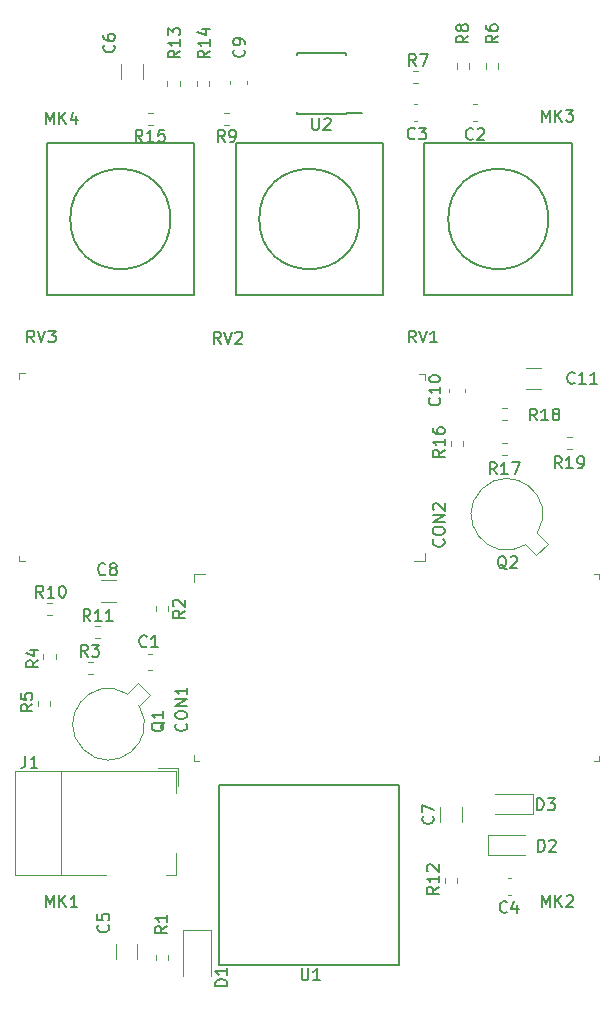
<source format=gbr>
%TF.GenerationSoftware,KiCad,Pcbnew,6.0.0-rc1-unknown-f2ccad3~66~ubuntu18.04.1*%
%TF.CreationDate,2018-11-07T22:10:34+01:00*%
%TF.ProjectId,clasicOverdrive,636c6173-6963-44f7-9665-726472697665,rev?*%
%TF.SameCoordinates,PX5f67d40PY8f46778*%
%TF.FileFunction,Legend,Top*%
%TF.FilePolarity,Positive*%
%FSLAX46Y46*%
G04 Gerber Fmt 4.6, Leading zero omitted, Abs format (unit mm)*
G04 Created by KiCad (PCBNEW 6.0.0-rc1-unknown-f2ccad3~66~ubuntu18.04.1) date Mi 07 Nov 2018 22:10:34 CET*
%MOMM*%
%LPD*%
G01*
G04 APERTURE LIST*
%ADD10C,0.120000*%
%ADD11C,0.150000*%
%ADD12C,0.100000*%
G04 APERTURE END LIST*
D10*
%TO.C,C1*%
X11350000Y27790000D02*
X11650000Y27790000D01*
X11350000Y29210000D02*
X11650000Y29210000D01*
%TO.C,C2*%
X39192000Y75710000D02*
X38892000Y75710000D01*
X39192000Y74290000D02*
X38892000Y74290000D01*
%TO.C,C3*%
X33850000Y74290000D02*
X34150000Y74290000D01*
X33850000Y75710000D02*
X34150000Y75710000D01*
%TO.C,C4*%
X41808000Y8790000D02*
X42108000Y8790000D01*
X41808000Y10210000D02*
X42108000Y10210000D01*
%TO.C,C5*%
X10410000Y3350000D02*
X10410000Y4650000D01*
X8590000Y3350000D02*
X8590000Y4650000D01*
%TO.C,C6*%
X10910000Y77850000D02*
X10910000Y79150000D01*
X9090000Y77850000D02*
X9090000Y79150000D01*
%TO.C,C7*%
X36090000Y16243000D02*
X36090000Y14943000D01*
X37910000Y16243000D02*
X37910000Y14943000D01*
%TO.C,C8*%
X7350000Y33590000D02*
X8650000Y33590000D01*
X7350000Y35410000D02*
X8650000Y35410000D01*
%TO.C,C9*%
X18290000Y77692500D02*
X18290000Y77392500D01*
X19710000Y77692500D02*
X19710000Y77392500D01*
%TO.C,C10*%
X38210000Y51350000D02*
X38210000Y51650000D01*
X36790000Y51350000D02*
X36790000Y51650000D01*
%TO.C,C11*%
X43350000Y51590000D02*
X44650000Y51590000D01*
X43350000Y53410000D02*
X44650000Y53410000D01*
%TO.C,D1*%
X14340000Y5800000D02*
X14340000Y1900000D01*
X16660000Y5800000D02*
X14340000Y5800000D01*
X16660000Y1900000D02*
X16660000Y5800000D01*
%TO.C,R1*%
X11990000Y3683000D02*
X11990000Y3243000D01*
X13010000Y3683000D02*
X13010000Y3243000D01*
%TO.C,R2*%
X11990000Y33220000D02*
X11990000Y32780000D01*
X13010000Y33220000D02*
X13010000Y32780000D01*
%TO.C,R3*%
X6280000Y27490000D02*
X6720000Y27490000D01*
X6280000Y28510000D02*
X6720000Y28510000D01*
%TO.C,R4*%
X3510000Y28743000D02*
X3510000Y29183000D01*
X2490000Y28743000D02*
X2490000Y29183000D01*
%TO.C,R5*%
X3010000Y24780000D02*
X3010000Y25220000D01*
X1990000Y24780000D02*
X1990000Y25220000D01*
%TO.C,R6*%
X39990000Y79182500D02*
X39990000Y78742500D01*
X41010000Y79182500D02*
X41010000Y78742500D01*
%TO.C,R7*%
X33780000Y77490000D02*
X34220000Y77490000D01*
X33780000Y78510000D02*
X34220000Y78510000D01*
%TO.C,R8*%
X37490000Y79182500D02*
X37490000Y78742500D01*
X38510000Y79182500D02*
X38510000Y78742500D01*
%TO.C,R9*%
X17780000Y73990000D02*
X18220000Y73990000D01*
X17780000Y75010000D02*
X18220000Y75010000D01*
%TO.C,R10*%
X2780000Y32490000D02*
X3220000Y32490000D01*
X2780000Y33510000D02*
X3220000Y33510000D01*
%TO.C,R11*%
X6818000Y30490000D02*
X7258000Y30490000D01*
X6818000Y31510000D02*
X7258000Y31510000D01*
%TO.C,R12*%
X36490000Y10220000D02*
X36490000Y9780000D01*
X37510000Y10220000D02*
X37510000Y9780000D01*
%TO.C,R13*%
X14010000Y77242500D02*
X14010000Y77682500D01*
X12990000Y77242500D02*
X12990000Y77682500D01*
%TO.C,R14*%
X16510000Y77242500D02*
X16510000Y77682500D01*
X15490000Y77242500D02*
X15490000Y77682500D01*
%TO.C,R15*%
X11318000Y73990000D02*
X11758000Y73990000D01*
X11318000Y75010000D02*
X11758000Y75010000D01*
%TO.C,R16*%
X36990000Y47183000D02*
X36990000Y46743000D01*
X38010000Y47183000D02*
X38010000Y46743000D01*
%TO.C,R17*%
X41720000Y47010000D02*
X41280000Y47010000D01*
X41720000Y45990000D02*
X41280000Y45990000D01*
%TO.C,R18*%
X41720000Y50010000D02*
X41280000Y50010000D01*
X41720000Y48990000D02*
X41280000Y48990000D01*
%TO.C,R19*%
X47220000Y47510000D02*
X46780000Y47510000D01*
X47220000Y46490000D02*
X46780000Y46490000D01*
D11*
%TO.C,U2*%
X28075000Y74975000D02*
X29475000Y74975000D01*
X28075000Y80075000D02*
X23925000Y80075000D01*
X28075000Y74925000D02*
X23925000Y74925000D01*
X28075000Y80075000D02*
X28075000Y79930000D01*
X23925000Y80075000D02*
X23925000Y79930000D01*
X23925000Y74925000D02*
X23925000Y75070000D01*
X28075000Y74925000D02*
X28075000Y74975000D01*
D10*
%TO.C,J1*%
X13710000Y19235000D02*
X13710000Y17385000D01*
X210000Y19235000D02*
X13710000Y19235000D01*
X13710000Y10435000D02*
X12860000Y10435000D01*
X13710000Y12285000D02*
X13710000Y10435000D01*
X110000Y19235000D02*
X310000Y19235000D01*
X110000Y10435000D02*
X110000Y19235000D01*
X7810000Y10435000D02*
X110000Y10435000D01*
X4010000Y19235000D02*
X4010000Y10435000D01*
X12210000Y19485000D02*
X13910000Y19485000D01*
X13910000Y19485000D02*
X13910000Y17985000D01*
D11*
%TO.C,RV1*%
X34750000Y59600000D02*
X34750000Y72400000D01*
X47250000Y59600000D02*
X34750000Y59600000D01*
X47250000Y72400000D02*
X47250000Y59600000D01*
X34750000Y72400000D02*
X47250000Y72400000D01*
X45242641Y66000000D02*
G75*
G03X45242641Y66000000I-4242641J0D01*
G01*
%TO.C,RV2*%
X18750000Y59600000D02*
X18750000Y72400000D01*
X31250000Y59600000D02*
X18750000Y59600000D01*
X31250000Y72400000D02*
X31250000Y59600000D01*
X18750000Y72400000D02*
X31250000Y72400000D01*
X29242641Y66000000D02*
G75*
G03X29242641Y66000000I-4242641J0D01*
G01*
%TO.C,RV3*%
X2750000Y59600000D02*
X2750000Y72400000D01*
X15250000Y59600000D02*
X2750000Y59600000D01*
X15250000Y72400000D02*
X15250000Y59600000D01*
X2750000Y72400000D02*
X15250000Y72400000D01*
X13242641Y66000000D02*
G75*
G03X13242641Y66000000I-4242641J0D01*
G01*
%TO.C,U1*%
X17380000Y2880000D02*
X17380000Y18120000D01*
X32620000Y2880000D02*
X17380000Y2880000D01*
X32620000Y18120000D02*
X32620000Y2880000D01*
X17380000Y18120000D02*
X32620000Y18120000D01*
D10*
%TO.C,Q1*%
X10572281Y24812331D02*
X11484448Y25724499D01*
X11484448Y25724499D02*
X10494499Y26714448D01*
X10494499Y26714448D02*
X9582331Y25802281D01*
X9582544Y25802150D02*
G75*
G03X10572281Y24812331I-1582544J-2572150D01*
G01*
%TO.C,Q2*%
X44302150Y39417456D02*
G75*
G03X43312331Y38427719I-2572150J1582544D01*
G01*
X45214448Y38505501D02*
X44302281Y39417669D01*
X44224499Y37515552D02*
X45214448Y38505501D01*
X43312331Y38427719D02*
X44224499Y37515552D01*
D12*
%TO.C,CON1*%
X49550000Y35925000D02*
X49550000Y35550000D01*
X49075000Y35925000D02*
X49550000Y35925000D01*
X49550000Y20075000D02*
X49075000Y20075000D01*
X49550000Y20575000D02*
X49550000Y20075000D01*
X15225000Y35925000D02*
X15225000Y35250000D01*
X16125000Y35925000D02*
X15225000Y35925000D01*
X15200000Y20100000D02*
X15200000Y20600000D01*
X15200000Y20100000D02*
X15700000Y20100000D01*
%TO.C,CON2*%
X34800000Y52900000D02*
X34300000Y52900000D01*
X34800000Y52900000D02*
X34800000Y52400000D01*
X33875000Y37075000D02*
X34775000Y37075000D01*
X34775000Y37075000D02*
X34775000Y37750000D01*
X450000Y52425000D02*
X450000Y52925000D01*
X450000Y52925000D02*
X925000Y52925000D01*
X925000Y37075000D02*
X450000Y37075000D01*
X450000Y37075000D02*
X450000Y37450000D01*
D10*
%TO.C,D2*%
X40145000Y13850000D02*
X43295000Y13850000D01*
X40145000Y12150000D02*
X43295000Y12150000D01*
X40145000Y13850000D02*
X40145000Y12150000D01*
%TO.C,D3*%
X43900000Y15650000D02*
X43900000Y17350000D01*
X43900000Y17350000D02*
X40750000Y17350000D01*
X43900000Y15650000D02*
X40750000Y15650000D01*
%TO.C,C1*%
D11*
X11233333Y29842858D02*
X11185714Y29795239D01*
X11042857Y29747620D01*
X10947619Y29747620D01*
X10804761Y29795239D01*
X10709523Y29890477D01*
X10661904Y29985715D01*
X10614285Y30176191D01*
X10614285Y30319048D01*
X10661904Y30509524D01*
X10709523Y30604762D01*
X10804761Y30700000D01*
X10947619Y30747620D01*
X11042857Y30747620D01*
X11185714Y30700000D01*
X11233333Y30652381D01*
X12185714Y29747620D02*
X11614285Y29747620D01*
X11900000Y29747620D02*
X11900000Y30747620D01*
X11804761Y30604762D01*
X11709523Y30509524D01*
X11614285Y30461905D01*
%TO.C,C2*%
X38875333Y72792858D02*
X38827714Y72745239D01*
X38684857Y72697620D01*
X38589619Y72697620D01*
X38446761Y72745239D01*
X38351523Y72840477D01*
X38303904Y72935715D01*
X38256285Y73126191D01*
X38256285Y73269048D01*
X38303904Y73459524D01*
X38351523Y73554762D01*
X38446761Y73650000D01*
X38589619Y73697620D01*
X38684857Y73697620D01*
X38827714Y73650000D01*
X38875333Y73602381D01*
X39256285Y73602381D02*
X39303904Y73650000D01*
X39399142Y73697620D01*
X39637238Y73697620D01*
X39732476Y73650000D01*
X39780095Y73602381D01*
X39827714Y73507143D01*
X39827714Y73411905D01*
X39780095Y73269048D01*
X39208666Y72697620D01*
X39827714Y72697620D01*
%TO.C,C3*%
X33933333Y72842858D02*
X33885714Y72795239D01*
X33742857Y72747620D01*
X33647619Y72747620D01*
X33504761Y72795239D01*
X33409523Y72890477D01*
X33361904Y72985715D01*
X33314285Y73176191D01*
X33314285Y73319048D01*
X33361904Y73509524D01*
X33409523Y73604762D01*
X33504761Y73700000D01*
X33647619Y73747620D01*
X33742857Y73747620D01*
X33885714Y73700000D01*
X33933333Y73652381D01*
X34266666Y73747620D02*
X34885714Y73747620D01*
X34552380Y73366667D01*
X34695238Y73366667D01*
X34790476Y73319048D01*
X34838095Y73271429D01*
X34885714Y73176191D01*
X34885714Y72938096D01*
X34838095Y72842858D01*
X34790476Y72795239D01*
X34695238Y72747620D01*
X34409523Y72747620D01*
X34314285Y72795239D01*
X34266666Y72842858D01*
%TO.C,C4*%
X41733333Y7342858D02*
X41685714Y7295239D01*
X41542857Y7247620D01*
X41447619Y7247620D01*
X41304761Y7295239D01*
X41209523Y7390477D01*
X41161904Y7485715D01*
X41114285Y7676191D01*
X41114285Y7819048D01*
X41161904Y8009524D01*
X41209523Y8104762D01*
X41304761Y8200000D01*
X41447619Y8247620D01*
X41542857Y8247620D01*
X41685714Y8200000D01*
X41733333Y8152381D01*
X42590476Y7914286D02*
X42590476Y7247620D01*
X42352380Y8295239D02*
X42114285Y7580953D01*
X42733333Y7580953D01*
%TO.C,C5*%
X7957142Y6233334D02*
X8004761Y6185715D01*
X8052380Y6042858D01*
X8052380Y5947620D01*
X8004761Y5804762D01*
X7909523Y5709524D01*
X7814285Y5661905D01*
X7623809Y5614286D01*
X7480952Y5614286D01*
X7290476Y5661905D01*
X7195238Y5709524D01*
X7100000Y5804762D01*
X7052380Y5947620D01*
X7052380Y6042858D01*
X7100000Y6185715D01*
X7147619Y6233334D01*
X7052380Y7138096D02*
X7052380Y6661905D01*
X7528571Y6614286D01*
X7480952Y6661905D01*
X7433333Y6757143D01*
X7433333Y6995239D01*
X7480952Y7090477D01*
X7528571Y7138096D01*
X7623809Y7185715D01*
X7861904Y7185715D01*
X7957142Y7138096D01*
X8004761Y7090477D01*
X8052380Y6995239D01*
X8052380Y6757143D01*
X8004761Y6661905D01*
X7957142Y6614286D01*
%TO.C,C6*%
X8457142Y80733334D02*
X8504761Y80685715D01*
X8552380Y80542858D01*
X8552380Y80447620D01*
X8504761Y80304762D01*
X8409523Y80209524D01*
X8314285Y80161905D01*
X8123809Y80114286D01*
X7980952Y80114286D01*
X7790476Y80161905D01*
X7695238Y80209524D01*
X7600000Y80304762D01*
X7552380Y80447620D01*
X7552380Y80542858D01*
X7600000Y80685715D01*
X7647619Y80733334D01*
X7552380Y81590477D02*
X7552380Y81400000D01*
X7600000Y81304762D01*
X7647619Y81257143D01*
X7790476Y81161905D01*
X7980952Y81114286D01*
X8361904Y81114286D01*
X8457142Y81161905D01*
X8504761Y81209524D01*
X8552380Y81304762D01*
X8552380Y81495239D01*
X8504761Y81590477D01*
X8457142Y81638096D01*
X8361904Y81685715D01*
X8123809Y81685715D01*
X8028571Y81638096D01*
X7980952Y81590477D01*
X7933333Y81495239D01*
X7933333Y81304762D01*
X7980952Y81209524D01*
X8028571Y81161905D01*
X8123809Y81114286D01*
%TO.C,C7*%
X35457142Y15426334D02*
X35504761Y15378715D01*
X35552380Y15235858D01*
X35552380Y15140620D01*
X35504761Y14997762D01*
X35409523Y14902524D01*
X35314285Y14854905D01*
X35123809Y14807286D01*
X34980952Y14807286D01*
X34790476Y14854905D01*
X34695238Y14902524D01*
X34600000Y14997762D01*
X34552380Y15140620D01*
X34552380Y15235858D01*
X34600000Y15378715D01*
X34647619Y15426334D01*
X34552380Y15759667D02*
X34552380Y16426334D01*
X35552380Y15997762D01*
%TO.C,C8*%
X7733333Y35942858D02*
X7685714Y35895239D01*
X7542857Y35847620D01*
X7447619Y35847620D01*
X7304761Y35895239D01*
X7209523Y35990477D01*
X7161904Y36085715D01*
X7114285Y36276191D01*
X7114285Y36419048D01*
X7161904Y36609524D01*
X7209523Y36704762D01*
X7304761Y36800000D01*
X7447619Y36847620D01*
X7542857Y36847620D01*
X7685714Y36800000D01*
X7733333Y36752381D01*
X8304761Y36419048D02*
X8209523Y36466667D01*
X8161904Y36514286D01*
X8114285Y36609524D01*
X8114285Y36657143D01*
X8161904Y36752381D01*
X8209523Y36800000D01*
X8304761Y36847620D01*
X8495238Y36847620D01*
X8590476Y36800000D01*
X8638095Y36752381D01*
X8685714Y36657143D01*
X8685714Y36609524D01*
X8638095Y36514286D01*
X8590476Y36466667D01*
X8495238Y36419048D01*
X8304761Y36419048D01*
X8209523Y36371429D01*
X8161904Y36323810D01*
X8114285Y36228572D01*
X8114285Y36038096D01*
X8161904Y35942858D01*
X8209523Y35895239D01*
X8304761Y35847620D01*
X8495238Y35847620D01*
X8590476Y35895239D01*
X8638095Y35942858D01*
X8685714Y36038096D01*
X8685714Y36228572D01*
X8638095Y36323810D01*
X8590476Y36371429D01*
X8495238Y36419048D01*
%TO.C,C9*%
X19457142Y80333334D02*
X19504761Y80285715D01*
X19552380Y80142858D01*
X19552380Y80047620D01*
X19504761Y79904762D01*
X19409523Y79809524D01*
X19314285Y79761905D01*
X19123809Y79714286D01*
X18980952Y79714286D01*
X18790476Y79761905D01*
X18695238Y79809524D01*
X18600000Y79904762D01*
X18552380Y80047620D01*
X18552380Y80142858D01*
X18600000Y80285715D01*
X18647619Y80333334D01*
X19552380Y80809524D02*
X19552380Y81000000D01*
X19504761Y81095239D01*
X19457142Y81142858D01*
X19314285Y81238096D01*
X19123809Y81285715D01*
X18742857Y81285715D01*
X18647619Y81238096D01*
X18600000Y81190477D01*
X18552380Y81095239D01*
X18552380Y80904762D01*
X18600000Y80809524D01*
X18647619Y80761905D01*
X18742857Y80714286D01*
X18980952Y80714286D01*
X19076190Y80761905D01*
X19123809Y80809524D01*
X19171428Y80904762D01*
X19171428Y81095239D01*
X19123809Y81190477D01*
X19076190Y81238096D01*
X18980952Y81285715D01*
%TO.C,C10*%
X36007142Y50857143D02*
X36054761Y50809524D01*
X36102380Y50666667D01*
X36102380Y50571429D01*
X36054761Y50428572D01*
X35959523Y50333334D01*
X35864285Y50285715D01*
X35673809Y50238096D01*
X35530952Y50238096D01*
X35340476Y50285715D01*
X35245238Y50333334D01*
X35150000Y50428572D01*
X35102380Y50571429D01*
X35102380Y50666667D01*
X35150000Y50809524D01*
X35197619Y50857143D01*
X36102380Y51809524D02*
X36102380Y51238096D01*
X36102380Y51523810D02*
X35102380Y51523810D01*
X35245238Y51428572D01*
X35340476Y51333334D01*
X35388095Y51238096D01*
X35102380Y52428572D02*
X35102380Y52523810D01*
X35150000Y52619048D01*
X35197619Y52666667D01*
X35292857Y52714286D01*
X35483333Y52761905D01*
X35721428Y52761905D01*
X35911904Y52714286D01*
X36007142Y52666667D01*
X36054761Y52619048D01*
X36102380Y52523810D01*
X36102380Y52428572D01*
X36054761Y52333334D01*
X36007142Y52285715D01*
X35911904Y52238096D01*
X35721428Y52190477D01*
X35483333Y52190477D01*
X35292857Y52238096D01*
X35197619Y52285715D01*
X35150000Y52333334D01*
X35102380Y52428572D01*
%TO.C,C11*%
X47457142Y52142858D02*
X47409523Y52095239D01*
X47266666Y52047620D01*
X47171428Y52047620D01*
X47028571Y52095239D01*
X46933333Y52190477D01*
X46885714Y52285715D01*
X46838095Y52476191D01*
X46838095Y52619048D01*
X46885714Y52809524D01*
X46933333Y52904762D01*
X47028571Y53000000D01*
X47171428Y53047620D01*
X47266666Y53047620D01*
X47409523Y53000000D01*
X47457142Y52952381D01*
X48409523Y52047620D02*
X47838095Y52047620D01*
X48123809Y52047620D02*
X48123809Y53047620D01*
X48028571Y52904762D01*
X47933333Y52809524D01*
X47838095Y52761905D01*
X49361904Y52047620D02*
X48790476Y52047620D01*
X49076190Y52047620D02*
X49076190Y53047620D01*
X48980952Y52904762D01*
X48885714Y52809524D01*
X48790476Y52761905D01*
%TO.C,D1*%
X18052380Y1061905D02*
X17052380Y1061905D01*
X17052380Y1300000D01*
X17100000Y1442858D01*
X17195238Y1538096D01*
X17290476Y1585715D01*
X17480952Y1633334D01*
X17623809Y1633334D01*
X17814285Y1585715D01*
X17909523Y1538096D01*
X18004761Y1442858D01*
X18052380Y1300000D01*
X18052380Y1061905D01*
X18052380Y2585715D02*
X18052380Y2014286D01*
X18052380Y2300000D02*
X17052380Y2300000D01*
X17195238Y2204762D01*
X17290476Y2109524D01*
X17338095Y2014286D01*
%TO.C,R1*%
X12952380Y6133334D02*
X12476190Y5800000D01*
X12952380Y5561905D02*
X11952380Y5561905D01*
X11952380Y5942858D01*
X12000000Y6038096D01*
X12047619Y6085715D01*
X12142857Y6133334D01*
X12285714Y6133334D01*
X12380952Y6085715D01*
X12428571Y6038096D01*
X12476190Y5942858D01*
X12476190Y5561905D01*
X12952380Y7085715D02*
X12952380Y6514286D01*
X12952380Y6800000D02*
X11952380Y6800000D01*
X12095238Y6704762D01*
X12190476Y6609524D01*
X12238095Y6514286D01*
%TO.C,R2*%
X14452380Y32833334D02*
X13976190Y32500000D01*
X14452380Y32261905D02*
X13452380Y32261905D01*
X13452380Y32642858D01*
X13500000Y32738096D01*
X13547619Y32785715D01*
X13642857Y32833334D01*
X13785714Y32833334D01*
X13880952Y32785715D01*
X13928571Y32738096D01*
X13976190Y32642858D01*
X13976190Y32261905D01*
X13547619Y33214286D02*
X13500000Y33261905D01*
X13452380Y33357143D01*
X13452380Y33595239D01*
X13500000Y33690477D01*
X13547619Y33738096D01*
X13642857Y33785715D01*
X13738095Y33785715D01*
X13880952Y33738096D01*
X14452380Y33166667D01*
X14452380Y33785715D01*
%TO.C,R3*%
X6233333Y28947620D02*
X5900000Y29423810D01*
X5661904Y28947620D02*
X5661904Y29947620D01*
X6042857Y29947620D01*
X6138095Y29900000D01*
X6185714Y29852381D01*
X6233333Y29757143D01*
X6233333Y29614286D01*
X6185714Y29519048D01*
X6138095Y29471429D01*
X6042857Y29423810D01*
X5661904Y29423810D01*
X6566666Y29947620D02*
X7185714Y29947620D01*
X6852380Y29566667D01*
X6995238Y29566667D01*
X7090476Y29519048D01*
X7138095Y29471429D01*
X7185714Y29376191D01*
X7185714Y29138096D01*
X7138095Y29042858D01*
X7090476Y28995239D01*
X6995238Y28947620D01*
X6709523Y28947620D01*
X6614285Y28995239D01*
X6566666Y29042858D01*
%TO.C,R4*%
X2052380Y28633334D02*
X1576190Y28300000D01*
X2052380Y28061905D02*
X1052380Y28061905D01*
X1052380Y28442858D01*
X1100000Y28538096D01*
X1147619Y28585715D01*
X1242857Y28633334D01*
X1385714Y28633334D01*
X1480952Y28585715D01*
X1528571Y28538096D01*
X1576190Y28442858D01*
X1576190Y28061905D01*
X1385714Y29490477D02*
X2052380Y29490477D01*
X1004761Y29252381D02*
X1719047Y29014286D01*
X1719047Y29633334D01*
%TO.C,R5*%
X1552380Y24933334D02*
X1076190Y24600000D01*
X1552380Y24361905D02*
X552380Y24361905D01*
X552380Y24742858D01*
X600000Y24838096D01*
X647619Y24885715D01*
X742857Y24933334D01*
X885714Y24933334D01*
X980952Y24885715D01*
X1028571Y24838096D01*
X1076190Y24742858D01*
X1076190Y24361905D01*
X552380Y25838096D02*
X552380Y25361905D01*
X1028571Y25314286D01*
X980952Y25361905D01*
X933333Y25457143D01*
X933333Y25695239D01*
X980952Y25790477D01*
X1028571Y25838096D01*
X1123809Y25885715D01*
X1361904Y25885715D01*
X1457142Y25838096D01*
X1504761Y25790477D01*
X1552380Y25695239D01*
X1552380Y25457143D01*
X1504761Y25361905D01*
X1457142Y25314286D01*
%TO.C,R6*%
X40952380Y81533334D02*
X40476190Y81200000D01*
X40952380Y80961905D02*
X39952380Y80961905D01*
X39952380Y81342858D01*
X40000000Y81438096D01*
X40047619Y81485715D01*
X40142857Y81533334D01*
X40285714Y81533334D01*
X40380952Y81485715D01*
X40428571Y81438096D01*
X40476190Y81342858D01*
X40476190Y80961905D01*
X39952380Y82390477D02*
X39952380Y82200000D01*
X40000000Y82104762D01*
X40047619Y82057143D01*
X40190476Y81961905D01*
X40380952Y81914286D01*
X40761904Y81914286D01*
X40857142Y81961905D01*
X40904761Y82009524D01*
X40952380Y82104762D01*
X40952380Y82295239D01*
X40904761Y82390477D01*
X40857142Y82438096D01*
X40761904Y82485715D01*
X40523809Y82485715D01*
X40428571Y82438096D01*
X40380952Y82390477D01*
X40333333Y82295239D01*
X40333333Y82104762D01*
X40380952Y82009524D01*
X40428571Y81961905D01*
X40523809Y81914286D01*
%TO.C,R7*%
X34033333Y78947620D02*
X33700000Y79423810D01*
X33461904Y78947620D02*
X33461904Y79947620D01*
X33842857Y79947620D01*
X33938095Y79900000D01*
X33985714Y79852381D01*
X34033333Y79757143D01*
X34033333Y79614286D01*
X33985714Y79519048D01*
X33938095Y79471429D01*
X33842857Y79423810D01*
X33461904Y79423810D01*
X34366666Y79947620D02*
X35033333Y79947620D01*
X34604761Y78947620D01*
%TO.C,R8*%
X38452380Y81533334D02*
X37976190Y81200000D01*
X38452380Y80961905D02*
X37452380Y80961905D01*
X37452380Y81342858D01*
X37500000Y81438096D01*
X37547619Y81485715D01*
X37642857Y81533334D01*
X37785714Y81533334D01*
X37880952Y81485715D01*
X37928571Y81438096D01*
X37976190Y81342858D01*
X37976190Y80961905D01*
X37880952Y82104762D02*
X37833333Y82009524D01*
X37785714Y81961905D01*
X37690476Y81914286D01*
X37642857Y81914286D01*
X37547619Y81961905D01*
X37500000Y82009524D01*
X37452380Y82104762D01*
X37452380Y82295239D01*
X37500000Y82390477D01*
X37547619Y82438096D01*
X37642857Y82485715D01*
X37690476Y82485715D01*
X37785714Y82438096D01*
X37833333Y82390477D01*
X37880952Y82295239D01*
X37880952Y82104762D01*
X37928571Y82009524D01*
X37976190Y81961905D01*
X38071428Y81914286D01*
X38261904Y81914286D01*
X38357142Y81961905D01*
X38404761Y82009524D01*
X38452380Y82104762D01*
X38452380Y82295239D01*
X38404761Y82390477D01*
X38357142Y82438096D01*
X38261904Y82485715D01*
X38071428Y82485715D01*
X37976190Y82438096D01*
X37928571Y82390477D01*
X37880952Y82295239D01*
%TO.C,R9*%
X17833333Y72547620D02*
X17500000Y73023810D01*
X17261904Y72547620D02*
X17261904Y73547620D01*
X17642857Y73547620D01*
X17738095Y73500000D01*
X17785714Y73452381D01*
X17833333Y73357143D01*
X17833333Y73214286D01*
X17785714Y73119048D01*
X17738095Y73071429D01*
X17642857Y73023810D01*
X17261904Y73023810D01*
X18309523Y72547620D02*
X18500000Y72547620D01*
X18595238Y72595239D01*
X18642857Y72642858D01*
X18738095Y72785715D01*
X18785714Y72976191D01*
X18785714Y73357143D01*
X18738095Y73452381D01*
X18690476Y73500000D01*
X18595238Y73547620D01*
X18404761Y73547620D01*
X18309523Y73500000D01*
X18261904Y73452381D01*
X18214285Y73357143D01*
X18214285Y73119048D01*
X18261904Y73023810D01*
X18309523Y72976191D01*
X18404761Y72928572D01*
X18595238Y72928572D01*
X18690476Y72976191D01*
X18738095Y73023810D01*
X18785714Y73119048D01*
%TO.C,R10*%
X2457142Y33947620D02*
X2123809Y34423810D01*
X1885714Y33947620D02*
X1885714Y34947620D01*
X2266666Y34947620D01*
X2361904Y34900000D01*
X2409523Y34852381D01*
X2457142Y34757143D01*
X2457142Y34614286D01*
X2409523Y34519048D01*
X2361904Y34471429D01*
X2266666Y34423810D01*
X1885714Y34423810D01*
X3409523Y33947620D02*
X2838095Y33947620D01*
X3123809Y33947620D02*
X3123809Y34947620D01*
X3028571Y34804762D01*
X2933333Y34709524D01*
X2838095Y34661905D01*
X4028571Y34947620D02*
X4123809Y34947620D01*
X4219047Y34900000D01*
X4266666Y34852381D01*
X4314285Y34757143D01*
X4361904Y34566667D01*
X4361904Y34328572D01*
X4314285Y34138096D01*
X4266666Y34042858D01*
X4219047Y33995239D01*
X4123809Y33947620D01*
X4028571Y33947620D01*
X3933333Y33995239D01*
X3885714Y34042858D01*
X3838095Y34138096D01*
X3790476Y34328572D01*
X3790476Y34566667D01*
X3838095Y34757143D01*
X3885714Y34852381D01*
X3933333Y34900000D01*
X4028571Y34947620D01*
%TO.C,R11*%
X6457142Y31947620D02*
X6123809Y32423810D01*
X5885714Y31947620D02*
X5885714Y32947620D01*
X6266666Y32947620D01*
X6361904Y32900000D01*
X6409523Y32852381D01*
X6457142Y32757143D01*
X6457142Y32614286D01*
X6409523Y32519048D01*
X6361904Y32471429D01*
X6266666Y32423810D01*
X5885714Y32423810D01*
X7409523Y31947620D02*
X6838095Y31947620D01*
X7123809Y31947620D02*
X7123809Y32947620D01*
X7028571Y32804762D01*
X6933333Y32709524D01*
X6838095Y32661905D01*
X8361904Y31947620D02*
X7790476Y31947620D01*
X8076190Y31947620D02*
X8076190Y32947620D01*
X7980952Y32804762D01*
X7885714Y32709524D01*
X7790476Y32661905D01*
%TO.C,R12*%
X35952380Y9457143D02*
X35476190Y9123810D01*
X35952380Y8885715D02*
X34952380Y8885715D01*
X34952380Y9266667D01*
X35000000Y9361905D01*
X35047619Y9409524D01*
X35142857Y9457143D01*
X35285714Y9457143D01*
X35380952Y9409524D01*
X35428571Y9361905D01*
X35476190Y9266667D01*
X35476190Y8885715D01*
X35952380Y10409524D02*
X35952380Y9838096D01*
X35952380Y10123810D02*
X34952380Y10123810D01*
X35095238Y10028572D01*
X35190476Y9933334D01*
X35238095Y9838096D01*
X35047619Y10790477D02*
X35000000Y10838096D01*
X34952380Y10933334D01*
X34952380Y11171429D01*
X35000000Y11266667D01*
X35047619Y11314286D01*
X35142857Y11361905D01*
X35238095Y11361905D01*
X35380952Y11314286D01*
X35952380Y10742858D01*
X35952380Y11361905D01*
%TO.C,R13*%
X14052380Y80257143D02*
X13576190Y79923810D01*
X14052380Y79685715D02*
X13052380Y79685715D01*
X13052380Y80066667D01*
X13100000Y80161905D01*
X13147619Y80209524D01*
X13242857Y80257143D01*
X13385714Y80257143D01*
X13480952Y80209524D01*
X13528571Y80161905D01*
X13576190Y80066667D01*
X13576190Y79685715D01*
X14052380Y81209524D02*
X14052380Y80638096D01*
X14052380Y80923810D02*
X13052380Y80923810D01*
X13195238Y80828572D01*
X13290476Y80733334D01*
X13338095Y80638096D01*
X13052380Y81542858D02*
X13052380Y82161905D01*
X13433333Y81828572D01*
X13433333Y81971429D01*
X13480952Y82066667D01*
X13528571Y82114286D01*
X13623809Y82161905D01*
X13861904Y82161905D01*
X13957142Y82114286D01*
X14004761Y82066667D01*
X14052380Y81971429D01*
X14052380Y81685715D01*
X14004761Y81590477D01*
X13957142Y81542858D01*
%TO.C,R14*%
X16552380Y80257143D02*
X16076190Y79923810D01*
X16552380Y79685715D02*
X15552380Y79685715D01*
X15552380Y80066667D01*
X15600000Y80161905D01*
X15647619Y80209524D01*
X15742857Y80257143D01*
X15885714Y80257143D01*
X15980952Y80209524D01*
X16028571Y80161905D01*
X16076190Y80066667D01*
X16076190Y79685715D01*
X16552380Y81209524D02*
X16552380Y80638096D01*
X16552380Y80923810D02*
X15552380Y80923810D01*
X15695238Y80828572D01*
X15790476Y80733334D01*
X15838095Y80638096D01*
X15885714Y82066667D02*
X16552380Y82066667D01*
X15504761Y81828572D02*
X16219047Y81590477D01*
X16219047Y82209524D01*
%TO.C,R15*%
X10857142Y72547620D02*
X10523809Y73023810D01*
X10285714Y72547620D02*
X10285714Y73547620D01*
X10666666Y73547620D01*
X10761904Y73500000D01*
X10809523Y73452381D01*
X10857142Y73357143D01*
X10857142Y73214286D01*
X10809523Y73119048D01*
X10761904Y73071429D01*
X10666666Y73023810D01*
X10285714Y73023810D01*
X11809523Y72547620D02*
X11238095Y72547620D01*
X11523809Y72547620D02*
X11523809Y73547620D01*
X11428571Y73404762D01*
X11333333Y73309524D01*
X11238095Y73261905D01*
X12714285Y73547620D02*
X12238095Y73547620D01*
X12190476Y73071429D01*
X12238095Y73119048D01*
X12333333Y73166667D01*
X12571428Y73166667D01*
X12666666Y73119048D01*
X12714285Y73071429D01*
X12761904Y72976191D01*
X12761904Y72738096D01*
X12714285Y72642858D01*
X12666666Y72595239D01*
X12571428Y72547620D01*
X12333333Y72547620D01*
X12238095Y72595239D01*
X12190476Y72642858D01*
%TO.C,R16*%
X36452380Y46457143D02*
X35976190Y46123810D01*
X36452380Y45885715D02*
X35452380Y45885715D01*
X35452380Y46266667D01*
X35500000Y46361905D01*
X35547619Y46409524D01*
X35642857Y46457143D01*
X35785714Y46457143D01*
X35880952Y46409524D01*
X35928571Y46361905D01*
X35976190Y46266667D01*
X35976190Y45885715D01*
X36452380Y47409524D02*
X36452380Y46838096D01*
X36452380Y47123810D02*
X35452380Y47123810D01*
X35595238Y47028572D01*
X35690476Y46933334D01*
X35738095Y46838096D01*
X35452380Y48266667D02*
X35452380Y48076191D01*
X35500000Y47980953D01*
X35547619Y47933334D01*
X35690476Y47838096D01*
X35880952Y47790477D01*
X36261904Y47790477D01*
X36357142Y47838096D01*
X36404761Y47885715D01*
X36452380Y47980953D01*
X36452380Y48171429D01*
X36404761Y48266667D01*
X36357142Y48314286D01*
X36261904Y48361905D01*
X36023809Y48361905D01*
X35928571Y48314286D01*
X35880952Y48266667D01*
X35833333Y48171429D01*
X35833333Y47980953D01*
X35880952Y47885715D01*
X35928571Y47838096D01*
X36023809Y47790477D01*
%TO.C,R17*%
X40857142Y44397620D02*
X40523809Y44873810D01*
X40285714Y44397620D02*
X40285714Y45397620D01*
X40666666Y45397620D01*
X40761904Y45350000D01*
X40809523Y45302381D01*
X40857142Y45207143D01*
X40857142Y45064286D01*
X40809523Y44969048D01*
X40761904Y44921429D01*
X40666666Y44873810D01*
X40285714Y44873810D01*
X41809523Y44397620D02*
X41238095Y44397620D01*
X41523809Y44397620D02*
X41523809Y45397620D01*
X41428571Y45254762D01*
X41333333Y45159524D01*
X41238095Y45111905D01*
X42142857Y45397620D02*
X42809523Y45397620D01*
X42380952Y44397620D01*
%TO.C,R18*%
X44257142Y48947620D02*
X43923809Y49423810D01*
X43685714Y48947620D02*
X43685714Y49947620D01*
X44066666Y49947620D01*
X44161904Y49900000D01*
X44209523Y49852381D01*
X44257142Y49757143D01*
X44257142Y49614286D01*
X44209523Y49519048D01*
X44161904Y49471429D01*
X44066666Y49423810D01*
X43685714Y49423810D01*
X45209523Y48947620D02*
X44638095Y48947620D01*
X44923809Y48947620D02*
X44923809Y49947620D01*
X44828571Y49804762D01*
X44733333Y49709524D01*
X44638095Y49661905D01*
X45780952Y49519048D02*
X45685714Y49566667D01*
X45638095Y49614286D01*
X45590476Y49709524D01*
X45590476Y49757143D01*
X45638095Y49852381D01*
X45685714Y49900000D01*
X45780952Y49947620D01*
X45971428Y49947620D01*
X46066666Y49900000D01*
X46114285Y49852381D01*
X46161904Y49757143D01*
X46161904Y49709524D01*
X46114285Y49614286D01*
X46066666Y49566667D01*
X45971428Y49519048D01*
X45780952Y49519048D01*
X45685714Y49471429D01*
X45638095Y49423810D01*
X45590476Y49328572D01*
X45590476Y49138096D01*
X45638095Y49042858D01*
X45685714Y48995239D01*
X45780952Y48947620D01*
X45971428Y48947620D01*
X46066666Y48995239D01*
X46114285Y49042858D01*
X46161904Y49138096D01*
X46161904Y49328572D01*
X46114285Y49423810D01*
X46066666Y49471429D01*
X45971428Y49519048D01*
%TO.C,R19*%
X46357142Y44897620D02*
X46023809Y45373810D01*
X45785714Y44897620D02*
X45785714Y45897620D01*
X46166666Y45897620D01*
X46261904Y45850000D01*
X46309523Y45802381D01*
X46357142Y45707143D01*
X46357142Y45564286D01*
X46309523Y45469048D01*
X46261904Y45421429D01*
X46166666Y45373810D01*
X45785714Y45373810D01*
X47309523Y44897620D02*
X46738095Y44897620D01*
X47023809Y44897620D02*
X47023809Y45897620D01*
X46928571Y45754762D01*
X46833333Y45659524D01*
X46738095Y45611905D01*
X47785714Y44897620D02*
X47976190Y44897620D01*
X48071428Y44945239D01*
X48119047Y44992858D01*
X48214285Y45135715D01*
X48261904Y45326191D01*
X48261904Y45707143D01*
X48214285Y45802381D01*
X48166666Y45850000D01*
X48071428Y45897620D01*
X47880952Y45897620D01*
X47785714Y45850000D01*
X47738095Y45802381D01*
X47690476Y45707143D01*
X47690476Y45469048D01*
X47738095Y45373810D01*
X47785714Y45326191D01*
X47880952Y45278572D01*
X48071428Y45278572D01*
X48166666Y45326191D01*
X48214285Y45373810D01*
X48261904Y45469048D01*
%TO.C,U2*%
X25238095Y74547620D02*
X25238095Y73738096D01*
X25285714Y73642858D01*
X25333333Y73595239D01*
X25428571Y73547620D01*
X25619047Y73547620D01*
X25714285Y73595239D01*
X25761904Y73642858D01*
X25809523Y73738096D01*
X25809523Y74547620D01*
X26238095Y74452381D02*
X26285714Y74500000D01*
X26380952Y74547620D01*
X26619047Y74547620D01*
X26714285Y74500000D01*
X26761904Y74452381D01*
X26809523Y74357143D01*
X26809523Y74261905D01*
X26761904Y74119048D01*
X26190476Y73547620D01*
X26809523Y73547620D01*
%TO.C,J1*%
X966666Y20547620D02*
X966666Y19833334D01*
X919047Y19690477D01*
X823809Y19595239D01*
X680952Y19547620D01*
X585714Y19547620D01*
X1966666Y19547620D02*
X1395238Y19547620D01*
X1680952Y19547620D02*
X1680952Y20547620D01*
X1585714Y20404762D01*
X1490476Y20309524D01*
X1395238Y20261905D01*
%TO.C,RV1*%
X34004761Y55547620D02*
X33671428Y56023810D01*
X33433333Y55547620D02*
X33433333Y56547620D01*
X33814285Y56547620D01*
X33909523Y56500000D01*
X33957142Y56452381D01*
X34004761Y56357143D01*
X34004761Y56214286D01*
X33957142Y56119048D01*
X33909523Y56071429D01*
X33814285Y56023810D01*
X33433333Y56023810D01*
X34290476Y56547620D02*
X34623809Y55547620D01*
X34957142Y56547620D01*
X35814285Y55547620D02*
X35242857Y55547620D01*
X35528571Y55547620D02*
X35528571Y56547620D01*
X35433333Y56404762D01*
X35338095Y56309524D01*
X35242857Y56261905D01*
%TO.C,RV2*%
X17504761Y55447620D02*
X17171428Y55923810D01*
X16933333Y55447620D02*
X16933333Y56447620D01*
X17314285Y56447620D01*
X17409523Y56400000D01*
X17457142Y56352381D01*
X17504761Y56257143D01*
X17504761Y56114286D01*
X17457142Y56019048D01*
X17409523Y55971429D01*
X17314285Y55923810D01*
X16933333Y55923810D01*
X17790476Y56447620D02*
X18123809Y55447620D01*
X18457142Y56447620D01*
X18742857Y56352381D02*
X18790476Y56400000D01*
X18885714Y56447620D01*
X19123809Y56447620D01*
X19219047Y56400000D01*
X19266666Y56352381D01*
X19314285Y56257143D01*
X19314285Y56161905D01*
X19266666Y56019048D01*
X18695238Y55447620D01*
X19314285Y55447620D01*
%TO.C,RV3*%
X1704761Y55547620D02*
X1371428Y56023810D01*
X1133333Y55547620D02*
X1133333Y56547620D01*
X1514285Y56547620D01*
X1609523Y56500000D01*
X1657142Y56452381D01*
X1704761Y56357143D01*
X1704761Y56214286D01*
X1657142Y56119048D01*
X1609523Y56071429D01*
X1514285Y56023810D01*
X1133333Y56023810D01*
X1990476Y56547620D02*
X2323809Y55547620D01*
X2657142Y56547620D01*
X2895238Y56547620D02*
X3514285Y56547620D01*
X3180952Y56166667D01*
X3323809Y56166667D01*
X3419047Y56119048D01*
X3466666Y56071429D01*
X3514285Y55976191D01*
X3514285Y55738096D01*
X3466666Y55642858D01*
X3419047Y55595239D01*
X3323809Y55547620D01*
X3038095Y55547620D01*
X2942857Y55595239D01*
X2895238Y55642858D01*
%TO.C,U1*%
X24338095Y2547620D02*
X24338095Y1738096D01*
X24385714Y1642858D01*
X24433333Y1595239D01*
X24528571Y1547620D01*
X24719047Y1547620D01*
X24814285Y1595239D01*
X24861904Y1642858D01*
X24909523Y1738096D01*
X24909523Y2547620D01*
X25909523Y1547620D02*
X25338095Y1547620D01*
X25623809Y1547620D02*
X25623809Y2547620D01*
X25528571Y2404762D01*
X25433333Y2309524D01*
X25338095Y2261905D01*
%TO.C,Q1*%
X12747619Y23404762D02*
X12700000Y23309524D01*
X12604761Y23214286D01*
X12461904Y23071429D01*
X12414285Y22976191D01*
X12414285Y22880953D01*
X12652380Y22928572D02*
X12604761Y22833334D01*
X12509523Y22738096D01*
X12319047Y22690477D01*
X11985714Y22690477D01*
X11795238Y22738096D01*
X11700000Y22833334D01*
X11652380Y22928572D01*
X11652380Y23119048D01*
X11700000Y23214286D01*
X11795238Y23309524D01*
X11985714Y23357143D01*
X12319047Y23357143D01*
X12509523Y23309524D01*
X12604761Y23214286D01*
X12652380Y23119048D01*
X12652380Y22928572D01*
X12652380Y24309524D02*
X12652380Y23738096D01*
X12652380Y24023810D02*
X11652380Y24023810D01*
X11795238Y23928572D01*
X11890476Y23833334D01*
X11938095Y23738096D01*
%TO.C,Q2*%
X41704761Y36352381D02*
X41609523Y36400000D01*
X41514285Y36495239D01*
X41371428Y36638096D01*
X41276190Y36685715D01*
X41180952Y36685715D01*
X41228571Y36447620D02*
X41133333Y36495239D01*
X41038095Y36590477D01*
X40990476Y36780953D01*
X40990476Y37114286D01*
X41038095Y37304762D01*
X41133333Y37400000D01*
X41228571Y37447620D01*
X41419047Y37447620D01*
X41514285Y37400000D01*
X41609523Y37304762D01*
X41657142Y37114286D01*
X41657142Y36780953D01*
X41609523Y36590477D01*
X41514285Y36495239D01*
X41419047Y36447620D01*
X41228571Y36447620D01*
X42038095Y37352381D02*
X42085714Y37400000D01*
X42180952Y37447620D01*
X42419047Y37447620D01*
X42514285Y37400000D01*
X42561904Y37352381D01*
X42609523Y37257143D01*
X42609523Y37161905D01*
X42561904Y37019048D01*
X41990476Y36447620D01*
X42609523Y36447620D01*
%TO.C,CON1*%
X14557142Y23285715D02*
X14604761Y23238096D01*
X14652380Y23095239D01*
X14652380Y23000000D01*
X14604761Y22857143D01*
X14509523Y22761905D01*
X14414285Y22714286D01*
X14223809Y22666667D01*
X14080952Y22666667D01*
X13890476Y22714286D01*
X13795238Y22761905D01*
X13700000Y22857143D01*
X13652380Y23000000D01*
X13652380Y23095239D01*
X13700000Y23238096D01*
X13747619Y23285715D01*
X13652380Y23904762D02*
X13652380Y24095239D01*
X13700000Y24190477D01*
X13795238Y24285715D01*
X13985714Y24333334D01*
X14319047Y24333334D01*
X14509523Y24285715D01*
X14604761Y24190477D01*
X14652380Y24095239D01*
X14652380Y23904762D01*
X14604761Y23809524D01*
X14509523Y23714286D01*
X14319047Y23666667D01*
X13985714Y23666667D01*
X13795238Y23714286D01*
X13700000Y23809524D01*
X13652380Y23904762D01*
X14652380Y24761905D02*
X13652380Y24761905D01*
X14652380Y25333334D01*
X13652380Y25333334D01*
X14652380Y26333334D02*
X14652380Y25761905D01*
X14652380Y26047620D02*
X13652380Y26047620D01*
X13795238Y25952381D01*
X13890476Y25857143D01*
X13938095Y25761905D01*
%TO.C,CON2*%
X36357142Y38885715D02*
X36404761Y38838096D01*
X36452380Y38695239D01*
X36452380Y38600000D01*
X36404761Y38457143D01*
X36309523Y38361905D01*
X36214285Y38314286D01*
X36023809Y38266667D01*
X35880952Y38266667D01*
X35690476Y38314286D01*
X35595238Y38361905D01*
X35500000Y38457143D01*
X35452380Y38600000D01*
X35452380Y38695239D01*
X35500000Y38838096D01*
X35547619Y38885715D01*
X35452380Y39504762D02*
X35452380Y39695239D01*
X35500000Y39790477D01*
X35595238Y39885715D01*
X35785714Y39933334D01*
X36119047Y39933334D01*
X36309523Y39885715D01*
X36404761Y39790477D01*
X36452380Y39695239D01*
X36452380Y39504762D01*
X36404761Y39409524D01*
X36309523Y39314286D01*
X36119047Y39266667D01*
X35785714Y39266667D01*
X35595238Y39314286D01*
X35500000Y39409524D01*
X35452380Y39504762D01*
X36452380Y40361905D02*
X35452380Y40361905D01*
X36452380Y40933334D01*
X35452380Y40933334D01*
X35547619Y41361905D02*
X35500000Y41409524D01*
X35452380Y41504762D01*
X35452380Y41742858D01*
X35500000Y41838096D01*
X35547619Y41885715D01*
X35642857Y41933334D01*
X35738095Y41933334D01*
X35880952Y41885715D01*
X36452380Y41314286D01*
X36452380Y41933334D01*
%TO.C,MK1*%
X2690476Y7747620D02*
X2690476Y8747620D01*
X3023809Y8033334D01*
X3357142Y8747620D01*
X3357142Y7747620D01*
X3833333Y7747620D02*
X3833333Y8747620D01*
X4404761Y7747620D02*
X3976190Y8319048D01*
X4404761Y8747620D02*
X3833333Y8176191D01*
X5357142Y7747620D02*
X4785714Y7747620D01*
X5071428Y7747620D02*
X5071428Y8747620D01*
X4976190Y8604762D01*
X4880952Y8509524D01*
X4785714Y8461905D01*
%TO.C,MK2*%
X44690476Y7747620D02*
X44690476Y8747620D01*
X45023809Y8033334D01*
X45357142Y8747620D01*
X45357142Y7747620D01*
X45833333Y7747620D02*
X45833333Y8747620D01*
X46404761Y7747620D02*
X45976190Y8319048D01*
X46404761Y8747620D02*
X45833333Y8176191D01*
X46785714Y8652381D02*
X46833333Y8700000D01*
X46928571Y8747620D01*
X47166666Y8747620D01*
X47261904Y8700000D01*
X47309523Y8652381D01*
X47357142Y8557143D01*
X47357142Y8461905D01*
X47309523Y8319048D01*
X46738095Y7747620D01*
X47357142Y7747620D01*
%TO.C,MK3*%
X44690476Y74247620D02*
X44690476Y75247620D01*
X45023809Y74533334D01*
X45357142Y75247620D01*
X45357142Y74247620D01*
X45833333Y74247620D02*
X45833333Y75247620D01*
X46404761Y74247620D02*
X45976190Y74819048D01*
X46404761Y75247620D02*
X45833333Y74676191D01*
X46738095Y75247620D02*
X47357142Y75247620D01*
X47023809Y74866667D01*
X47166666Y74866667D01*
X47261904Y74819048D01*
X47309523Y74771429D01*
X47357142Y74676191D01*
X47357142Y74438096D01*
X47309523Y74342858D01*
X47261904Y74295239D01*
X47166666Y74247620D01*
X46880952Y74247620D01*
X46785714Y74295239D01*
X46738095Y74342858D01*
%TO.C,MK4*%
X2690476Y74047620D02*
X2690476Y75047620D01*
X3023809Y74333334D01*
X3357142Y75047620D01*
X3357142Y74047620D01*
X3833333Y74047620D02*
X3833333Y75047620D01*
X4404761Y74047620D02*
X3976190Y74619048D01*
X4404761Y75047620D02*
X3833333Y74476191D01*
X5261904Y74714286D02*
X5261904Y74047620D01*
X5023809Y75095239D02*
X4785714Y74380953D01*
X5404761Y74380953D01*
%TO.C,D2*%
X44361904Y12447620D02*
X44361904Y13447620D01*
X44600000Y13447620D01*
X44742857Y13400000D01*
X44838095Y13304762D01*
X44885714Y13209524D01*
X44933333Y13019048D01*
X44933333Y12876191D01*
X44885714Y12685715D01*
X44838095Y12590477D01*
X44742857Y12495239D01*
X44600000Y12447620D01*
X44361904Y12447620D01*
X45314285Y13352381D02*
X45361904Y13400000D01*
X45457142Y13447620D01*
X45695238Y13447620D01*
X45790476Y13400000D01*
X45838095Y13352381D01*
X45885714Y13257143D01*
X45885714Y13161905D01*
X45838095Y13019048D01*
X45266666Y12447620D01*
X45885714Y12447620D01*
%TO.C,D3*%
X44261904Y15947620D02*
X44261904Y16947620D01*
X44500000Y16947620D01*
X44642857Y16900000D01*
X44738095Y16804762D01*
X44785714Y16709524D01*
X44833333Y16519048D01*
X44833333Y16376191D01*
X44785714Y16185715D01*
X44738095Y16090477D01*
X44642857Y15995239D01*
X44500000Y15947620D01*
X44261904Y15947620D01*
X45166666Y16947620D02*
X45785714Y16947620D01*
X45452380Y16566667D01*
X45595238Y16566667D01*
X45690476Y16519048D01*
X45738095Y16471429D01*
X45785714Y16376191D01*
X45785714Y16138096D01*
X45738095Y16042858D01*
X45690476Y15995239D01*
X45595238Y15947620D01*
X45309523Y15947620D01*
X45214285Y15995239D01*
X45166666Y16042858D01*
%TD*%
M02*

</source>
